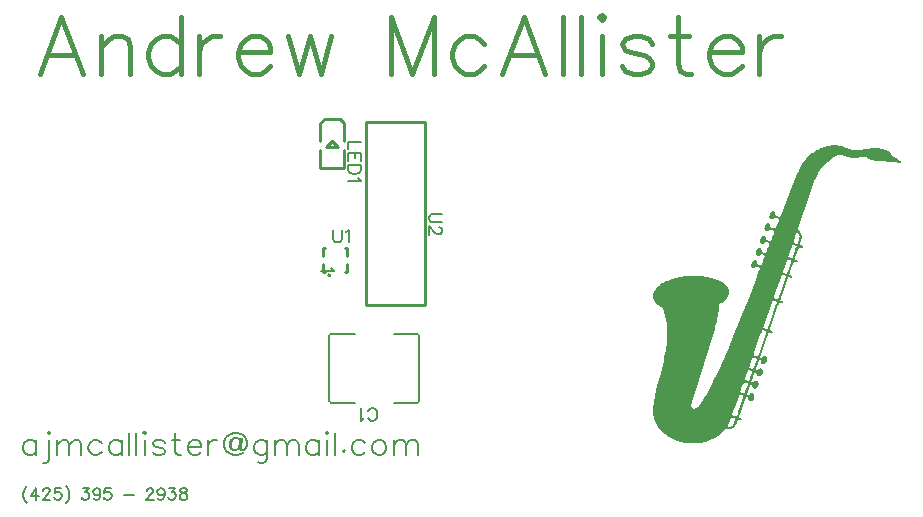
<source format=gto>
G04 Layer: TopSilkscreenLayer*
G04 EasyEDA v6.5.44, 2024-08-09 16:29:29*
G04 6a14bbe4783e4c45b3198a44848b54db,9d7ba2091113474d8fe43b4f46ca5270,10*
G04 Gerber Generator version 0.2*
G04 Scale: 100 percent, Rotated: No, Reflected: No *
G04 Dimensions in millimeters *
G04 leading zeros omitted , absolute positions ,4 integer and 5 decimal *
%FSLAX45Y45*%
%MOMM*%

%ADD10C,0.4030*%
%ADD11C,0.2030*%
%ADD12C,0.1524*%
%ADD13C,0.2540*%

%LPD*%
G36*
X7841132Y2916275D02*
G01*
X7827721Y2916021D01*
X7814056Y2915158D01*
X7800187Y2913684D01*
X7787233Y2911754D01*
X7774533Y2909417D01*
X7762036Y2906674D01*
X7749794Y2903423D01*
X7737754Y2899765D01*
X7725918Y2895701D01*
X7714335Y2891180D01*
X7702956Y2886202D01*
X7691831Y2880817D01*
X7680909Y2875026D01*
X7670292Y2868828D01*
X7659827Y2862173D01*
X7649667Y2855112D01*
X7639761Y2847594D01*
X7630058Y2839720D01*
X7620660Y2831388D01*
X7611465Y2822651D01*
X7602575Y2813507D01*
X7593939Y2803956D01*
X7585557Y2794050D01*
X7577429Y2783687D01*
X7569606Y2772918D01*
X7562037Y2761742D01*
X7553299Y2747772D01*
X7548321Y2739136D01*
X7540955Y2724150D01*
X7531658Y2703017D01*
X7518196Y2670505D01*
X7468362Y2545994D01*
X7389266Y2345994D01*
X7382764Y2330602D01*
X7380071Y2324963D01*
X7377684Y2320544D01*
X7375448Y2317292D01*
X7373264Y2315006D01*
X7371080Y2313635D01*
X7368794Y2313025D01*
X7366355Y2313076D01*
X7363612Y2313686D01*
X7334758Y2324303D01*
X7333488Y2334768D01*
X7332472Y2340508D01*
X7330897Y2345334D01*
X7328814Y2349296D01*
X7326325Y2352497D01*
X7323531Y2354884D01*
X7320381Y2356561D01*
X7317079Y2357475D01*
X7313574Y2357678D01*
X7310018Y2357221D01*
X7306411Y2356104D01*
X7302855Y2354376D01*
X7299401Y2352040D01*
X7296099Y2349093D01*
X7293000Y2345639D01*
X7290257Y2341626D01*
X7287818Y2337104D01*
X7285837Y2332177D01*
X7284364Y2326741D01*
X7283399Y2320899D01*
X7283094Y2314651D01*
X7283450Y2308707D01*
X7284567Y2303576D01*
X7286345Y2299157D01*
X7288733Y2295550D01*
X7291628Y2292756D01*
X7294981Y2290826D01*
X7298690Y2289810D01*
X7302703Y2289708D01*
X7306919Y2290572D01*
X7311339Y2292400D01*
X7315860Y2295245D01*
X7320381Y2299106D01*
X7327696Y2306218D01*
X7354620Y2296922D01*
X7358430Y2295296D01*
X7361275Y2293569D01*
X7363104Y2291537D01*
X7363968Y2288946D01*
X7363917Y2285542D01*
X7363002Y2281224D01*
X7361224Y2275687D01*
X7347102Y2240026D01*
X7340752Y2225090D01*
X7336180Y2215388D01*
X7334503Y2212441D01*
X7333183Y2210663D01*
X7332218Y2210104D01*
X7325258Y2210765D01*
X7318146Y2212644D01*
X7311237Y2215438D01*
X7304786Y2219045D01*
X7299198Y2223160D01*
X7294829Y2227630D01*
X7291933Y2232202D01*
X7290866Y2236673D01*
X7290409Y2242312D01*
X7289190Y2247036D01*
X7287158Y2250795D01*
X7284567Y2253640D01*
X7281468Y2255621D01*
X7277912Y2256739D01*
X7274052Y2257044D01*
X7269988Y2256485D01*
X7265822Y2255164D01*
X7261656Y2253081D01*
X7257542Y2250236D01*
X7253681Y2246680D01*
X7250074Y2242413D01*
X7246874Y2237486D01*
X7244181Y2231847D01*
X7242098Y2225649D01*
X7240930Y2219960D01*
X7240574Y2214575D01*
X7240981Y2209546D01*
X7242048Y2204974D01*
X7243724Y2200859D01*
X7245858Y2197252D01*
X7248499Y2194204D01*
X7251496Y2191766D01*
X7254798Y2189988D01*
X7258303Y2188921D01*
X7262012Y2188616D01*
X7265822Y2189124D01*
X7269581Y2190445D01*
X7273340Y2192680D01*
X7276947Y2195880D01*
X7280351Y2200046D01*
X7283348Y2201621D01*
X7288733Y2201976D01*
X7295642Y2201316D01*
X7303312Y2199843D01*
X7310932Y2197709D01*
X7317638Y2195169D01*
X7322718Y2192375D01*
X7325309Y2189530D01*
X7325258Y2187854D01*
X7323124Y2180183D01*
X7318908Y2168296D01*
X7313320Y2153920D01*
X7307122Y2138883D01*
X7301026Y2124964D01*
X7295794Y2113940D01*
X7293711Y2110028D01*
X7292136Y2107539D01*
X7291120Y2106676D01*
X7286904Y2107184D01*
X7281722Y2108504D01*
X7276033Y2110486D01*
X7270292Y2112924D01*
X7264958Y2115515D01*
X7260539Y2118156D01*
X7257440Y2120595D01*
X7256221Y2122576D01*
X7255154Y2129688D01*
X7253731Y2135733D01*
X7251953Y2140712D01*
X7249769Y2144725D01*
X7247128Y2147773D01*
X7244029Y2149906D01*
X7240473Y2151176D01*
X7236358Y2151583D01*
X7231481Y2150973D01*
X7226909Y2149195D01*
X7222591Y2146503D01*
X7218629Y2142896D01*
X7215022Y2138629D01*
X7211872Y2133752D01*
X7209231Y2128520D01*
X7207097Y2122932D01*
X7205573Y2117242D01*
X7204608Y2111552D01*
X7204354Y2106015D01*
X7204811Y2100732D01*
X7205243Y2099005D01*
X7487107Y2099005D01*
X7487666Y2103018D01*
X7489190Y2108301D01*
X7512558Y2173528D01*
X7515504Y2180386D01*
X7516571Y2181910D01*
X7517434Y2182622D01*
X7518349Y2182774D01*
X7519720Y2182266D01*
X7521549Y2180894D01*
X7523632Y2178913D01*
X7525664Y2176424D01*
X7529220Y2171446D01*
X7532166Y2166569D01*
X7534554Y2161844D01*
X7536332Y2157069D01*
X7537551Y2152192D01*
X7538212Y2147163D01*
X7538364Y2141829D01*
X7537907Y2136140D01*
X7536942Y2130044D01*
X7535418Y2123389D01*
X7533386Y2116124D01*
X7527645Y2098751D01*
X7525054Y2091740D01*
X7522768Y2087016D01*
X7520431Y2084171D01*
X7517638Y2083003D01*
X7514132Y2083257D01*
X7509560Y2084628D01*
X7497216Y2089200D01*
X7492593Y2091334D01*
X7489444Y2093468D01*
X7487666Y2095906D01*
X7487107Y2099005D01*
X7205243Y2099005D01*
X7206030Y2095855D01*
X7208012Y2091588D01*
X7210907Y2088032D01*
X7214666Y2085289D01*
X7222185Y2083612D01*
X7230770Y2085086D01*
X7238695Y2089150D01*
X7244130Y2095144D01*
X7246315Y2096617D01*
X7250430Y2097176D01*
X7255865Y2096871D01*
X7262063Y2095906D01*
X7268565Y2094280D01*
X7274712Y2092198D01*
X7279995Y2089708D01*
X7283907Y2087016D01*
X7283958Y2085695D01*
X7282027Y2078431D01*
X7277912Y2066543D01*
X7272477Y2052015D01*
X7266330Y2036572D01*
X7260336Y2022246D01*
X7255154Y2010816D01*
X7251598Y2004161D01*
X7250633Y2003247D01*
X7244842Y2003806D01*
X7238949Y2005330D01*
X7233259Y2007616D01*
X7228027Y2010562D01*
X7223506Y2013966D01*
X7219950Y2017674D01*
X7217613Y2021535D01*
X7216749Y2025294D01*
X7216394Y2030628D01*
X7215479Y2035200D01*
X7214006Y2039061D01*
X7212025Y2042210D01*
X7209637Y2044649D01*
X7206894Y2046376D01*
X7203897Y2047493D01*
X7200646Y2047951D01*
X7197242Y2047798D01*
X7193737Y2047087D01*
X7190181Y2045716D01*
X7186625Y2043836D01*
X7183221Y2041398D01*
X7179919Y2038400D01*
X7176820Y2034895D01*
X7174026Y2030933D01*
X7171537Y2026462D01*
X7169454Y2021586D01*
X7167829Y2016252D01*
X7166711Y2010460D01*
X7166305Y2003450D01*
X7167067Y1997252D01*
X7168845Y1991868D01*
X7171436Y1987346D01*
X7174788Y1983841D01*
X7178700Y1981403D01*
X7183069Y1980031D01*
X7187692Y1979828D01*
X7192518Y1980844D01*
X7197394Y1983181D01*
X7202119Y1986889D01*
X7206589Y1991969D01*
X7209231Y1994509D01*
X7212939Y1995170D01*
X7219289Y1993798D01*
X7237018Y1987702D01*
X7239609Y1986483D01*
X7241489Y1985060D01*
X7242556Y1983181D01*
X7242911Y1980742D01*
X7242556Y1977491D01*
X7241772Y1974596D01*
X7444130Y1974596D01*
X7444282Y1977389D01*
X7445095Y1981250D01*
X7448803Y1993239D01*
X7470902Y2056333D01*
X7473492Y2062683D01*
X7475829Y2067356D01*
X7478014Y2070557D01*
X7480300Y2072436D01*
X7482840Y2073198D01*
X7485735Y2072995D01*
X7489240Y2072030D01*
X7508392Y2064816D01*
X7513116Y2062632D01*
X7513370Y2062175D01*
X7513167Y2059939D01*
X7511592Y2054352D01*
X7501991Y2026310D01*
X7483652Y1974799D01*
X7481062Y1968246D01*
X7478572Y1963928D01*
X7475728Y1961591D01*
X7472019Y1961083D01*
X7467041Y1962200D01*
X7446975Y1970278D01*
X7445502Y1971243D01*
X7444536Y1972614D01*
X7444130Y1974596D01*
X7241772Y1974596D01*
X7239508Y1967636D01*
X7225182Y1931466D01*
X7218883Y1916175D01*
X7216495Y1910842D01*
X7214412Y1906828D01*
X7212533Y1903984D01*
X7210755Y1902206D01*
X7208926Y1901342D01*
X7206945Y1901189D01*
X7204659Y1901596D01*
X7198766Y1903526D01*
X7188352Y1907387D01*
X7182662Y1910689D01*
X7180021Y1914956D01*
X7177531Y1928215D01*
X7175500Y1933600D01*
X7172807Y1937867D01*
X7169556Y1941017D01*
X7165898Y1943100D01*
X7161834Y1944065D01*
X7157567Y1943912D01*
X7153148Y1942642D01*
X7148677Y1940204D01*
X7144258Y1936648D01*
X7139990Y1931873D01*
X7136028Y1925980D01*
X7133336Y1920849D01*
X7131303Y1915769D01*
X7129881Y1910791D01*
X7129068Y1905965D01*
X7128814Y1901342D01*
X7129068Y1896973D01*
X7129780Y1892858D01*
X7130948Y1889099D01*
X7132574Y1885696D01*
X7134555Y1882698D01*
X7136841Y1880209D01*
X7139482Y1878177D01*
X7142378Y1876755D01*
X7145477Y1875891D01*
X7148830Y1875688D01*
X7152335Y1876145D01*
X7155942Y1877364D01*
X7159701Y1879346D01*
X7163511Y1882139D01*
X7167321Y1885848D01*
X7173569Y1892503D01*
X7194296Y1884781D01*
X7198969Y1882495D01*
X7201966Y1880514D01*
X7203084Y1879041D01*
X7199934Y1869287D01*
X7190476Y1842719D01*
X7398003Y1842719D01*
X7398054Y1845614D01*
X7398613Y1849374D01*
X7399781Y1854098D01*
X7403896Y1867103D01*
X7419746Y1911553D01*
X7433005Y1949551D01*
X7436459Y1951837D01*
X7443114Y1950872D01*
X7458049Y1945792D01*
X7463231Y1943811D01*
X7465161Y1942744D01*
X7466584Y1941474D01*
X7467600Y1939899D01*
X7468158Y1937867D01*
X7468209Y1935327D01*
X7467803Y1932076D01*
X7466888Y1928063D01*
X7463536Y1917141D01*
X7438847Y1847900D01*
X7436053Y1841093D01*
X7433665Y1836064D01*
X7431430Y1832610D01*
X7429195Y1830527D01*
X7426807Y1829562D01*
X7424115Y1829562D01*
X7420914Y1830324D01*
X7403287Y1836470D01*
X7401204Y1837537D01*
X7399629Y1838807D01*
X7398562Y1840484D01*
X7398003Y1842719D01*
X7190476Y1842719D01*
X7167321Y1779930D01*
X7108561Y1626819D01*
X7320991Y1626819D01*
X7321245Y1631086D01*
X7322820Y1637182D01*
X7363815Y1753920D01*
X7378801Y1795932D01*
X7383170Y1807616D01*
X7386066Y1814728D01*
X7387894Y1818335D01*
X7389164Y1819656D01*
X7390333Y1819859D01*
X7396276Y1818639D01*
X7411110Y1814271D01*
X7415225Y1813255D01*
X7418324Y1812036D01*
X7419492Y1811223D01*
X7420406Y1810156D01*
X7421016Y1808784D01*
X7421321Y1807057D01*
X7421321Y1804873D01*
X7421016Y1802180D01*
X7419390Y1794967D01*
X7416342Y1784959D01*
X7405725Y1754225D01*
X7372858Y1661261D01*
X7362647Y1633220D01*
X7358938Y1624330D01*
X7355840Y1618284D01*
X7354366Y1616202D01*
X7352995Y1614678D01*
X7351623Y1613611D01*
X7350252Y1613052D01*
X7348829Y1612849D01*
X7347305Y1612950D01*
X7343851Y1614017D01*
X7334554Y1617878D01*
X7328865Y1619961D01*
X7324699Y1621790D01*
X7322108Y1623923D01*
X7320991Y1626819D01*
X7108561Y1626819D01*
X7067143Y1520901D01*
X7044537Y1463954D01*
X7009177Y1376324D01*
X7232040Y1376324D01*
X7232446Y1379778D01*
X7233462Y1384147D01*
X7237222Y1396187D01*
X7303820Y1584299D01*
X7308545Y1596745D01*
X7311542Y1603298D01*
X7312507Y1604721D01*
X7313269Y1605178D01*
X7335774Y1597558D01*
X7341108Y1595526D01*
X7342936Y1594307D01*
X7344257Y1592783D01*
X7344968Y1590802D01*
X7345172Y1588211D01*
X7344765Y1584909D01*
X7343851Y1580692D01*
X7340193Y1569110D01*
X7313422Y1493570D01*
X7285278Y1412138D01*
X7279335Y1395526D01*
X7274509Y1382826D01*
X7270496Y1373530D01*
X7267041Y1367129D01*
X7265517Y1364894D01*
X7263993Y1363268D01*
X7262520Y1362100D01*
X7260996Y1361440D01*
X7259472Y1361135D01*
X7256221Y1361490D01*
X7240778Y1366774D01*
X7235698Y1368755D01*
X7233970Y1369974D01*
X7232802Y1371549D01*
X7232142Y1373632D01*
X7232040Y1376324D01*
X7009177Y1376324D01*
X6985203Y1317752D01*
X6956602Y1249070D01*
X6929170Y1184351D01*
X6913734Y1148588D01*
X7151573Y1148588D01*
X7152081Y1153414D01*
X7153351Y1158849D01*
X7206183Y1308608D01*
X7217206Y1338732D01*
X7220254Y1346098D01*
X7222236Y1349908D01*
X7223658Y1351330D01*
X7224979Y1351534D01*
X7231125Y1350010D01*
X7248753Y1344472D01*
X7253173Y1342898D01*
X7254697Y1341831D01*
X7255713Y1340459D01*
X7256221Y1338580D01*
X7256221Y1336090D01*
X7255713Y1332788D01*
X7254697Y1328572D01*
X7250938Y1316888D01*
X7191248Y1148435D01*
X7186828Y1137158D01*
X7184085Y1131417D01*
X7183018Y1130046D01*
X7182103Y1129334D01*
X7180122Y1129080D01*
X7173874Y1129284D01*
X7168438Y1129995D01*
X7163714Y1131112D01*
X7159853Y1132738D01*
X7156703Y1134872D01*
X7154316Y1137513D01*
X7152640Y1140663D01*
X7151776Y1144371D01*
X7151573Y1148588D01*
X6913734Y1148588D01*
X6896912Y1110081D01*
X6879539Y1071067D01*
X6863033Y1035151D01*
X7114184Y1035151D01*
X7114235Y1038047D01*
X7114794Y1042263D01*
X7117334Y1053947D01*
X7121194Y1068324D01*
X7125868Y1083665D01*
X7130846Y1098245D01*
X7135571Y1110234D01*
X7137653Y1114704D01*
X7139431Y1117854D01*
X7140905Y1119530D01*
X7146493Y1118920D01*
X7156653Y1115923D01*
X7167168Y1111961D01*
X7173518Y1108506D01*
X7174788Y1107440D01*
X7175093Y1106779D01*
X7175195Y1105662D01*
X7174280Y1101394D01*
X7171486Y1092708D01*
X7158228Y1054963D01*
X7152741Y1040130D01*
X7150353Y1034745D01*
X7148017Y1030579D01*
X7145528Y1027531D01*
X7142886Y1025652D01*
X7139838Y1024788D01*
X7136333Y1024890D01*
X7132218Y1025956D01*
X7127341Y1027785D01*
X7114794Y1033830D01*
X7114184Y1035151D01*
X6863033Y1035151D01*
X6830618Y964742D01*
X6816186Y934719D01*
X7074865Y934719D01*
X7075576Y938326D01*
X7093762Y991057D01*
X7098233Y1003147D01*
X7101382Y1010767D01*
X7103516Y1014780D01*
X7104278Y1015644D01*
X7104888Y1015898D01*
X7110475Y1014425D01*
X7121753Y1010818D01*
X7127748Y1008634D01*
X7132828Y1006500D01*
X7136384Y1004620D01*
X7137958Y1003249D01*
X7137704Y1001217D01*
X7134707Y990447D01*
X7129322Y973836D01*
X7122871Y955090D01*
X7116622Y937869D01*
X7111796Y925830D01*
X7110323Y922883D01*
X7107580Y918667D01*
X7080148Y928522D01*
X7076998Y930198D01*
X7075271Y932129D01*
X7074865Y934719D01*
X6816186Y934719D01*
X6806996Y916025D01*
X6789064Y880770D01*
X6771233Y847242D01*
X6760514Y827836D01*
X7037831Y827836D01*
X7038086Y829868D01*
X7041184Y840587D01*
X7046620Y857199D01*
X7053122Y875944D01*
X7059371Y893165D01*
X7064146Y905154D01*
X7065568Y907948D01*
X7068362Y912215D01*
X7088276Y905459D01*
X7097369Y901903D01*
X7099655Y900836D01*
X7100925Y899210D01*
X7100925Y896112D01*
X7099503Y890371D01*
X7087565Y855268D01*
X7076694Y825500D01*
X7074001Y819099D01*
X7072528Y816305D01*
X7070496Y816051D01*
X7066381Y816711D01*
X7060946Y818134D01*
X7054850Y820013D01*
X7043470Y824331D01*
X7039609Y826312D01*
X7037831Y827836D01*
X6760514Y827836D01*
X6750964Y810971D01*
X6739737Y791921D01*
X6728968Y774242D01*
X6721297Y762203D01*
X6711492Y747674D01*
X6701993Y734618D01*
X6692950Y723138D01*
X6684264Y713232D01*
X6676034Y704900D01*
X6668262Y698144D01*
X6664553Y695350D01*
X6660946Y692962D01*
X6657492Y691032D01*
X6654139Y689457D01*
X6650888Y688289D01*
X6647840Y687578D01*
X6644894Y687222D01*
X6642049Y687324D01*
X6639407Y687832D01*
X6636867Y688746D01*
X6634480Y690118D01*
X6632244Y691896D01*
X6630162Y694080D01*
X6628231Y696671D01*
X6626504Y699719D01*
X6624828Y703326D01*
X6623507Y706983D01*
X6622643Y710793D01*
X6622135Y714857D01*
X6622084Y719328D01*
X6622491Y724357D01*
X6623303Y729996D01*
X6624624Y736396D01*
X6628739Y751941D01*
X6643116Y797966D01*
X6771792Y1204214D01*
X6811416Y1328115D01*
X6818934Y1353413D01*
X6825742Y1377746D01*
X6831838Y1401368D01*
X6837222Y1424432D01*
X6841947Y1447038D01*
X6846062Y1469440D01*
X6849618Y1491792D01*
X6852615Y1514195D01*
X6858355Y1570024D01*
X6871309Y1578559D01*
X6880758Y1585214D01*
X6889546Y1591970D01*
X6897573Y1598676D01*
X6904939Y1605483D01*
X6911594Y1612239D01*
X6917588Y1619046D01*
X6922922Y1625854D01*
X6927545Y1632610D01*
X6931558Y1639366D01*
X6934860Y1646123D01*
X6937502Y1652828D01*
X6939534Y1659534D01*
X6940905Y1666138D01*
X6941616Y1672742D01*
X6941718Y1679244D01*
X6941159Y1685696D01*
X6939991Y1692097D01*
X6938213Y1698396D01*
X6935825Y1704593D01*
X6932777Y1710740D01*
X6929170Y1716735D01*
X6924954Y1722628D01*
X6920179Y1728419D01*
X6914794Y1734108D01*
X6908800Y1739595D01*
X6902246Y1745030D01*
X6895134Y1750263D01*
X6887413Y1755343D01*
X6879183Y1760270D01*
X6870344Y1765046D01*
X6860997Y1769618D01*
X6851091Y1773986D01*
X6840626Y1778203D01*
X6829653Y1782216D01*
X6818122Y1786026D01*
X6806082Y1789633D01*
X6793484Y1792986D01*
X6780428Y1796135D01*
X6766814Y1799082D01*
X6752742Y1801723D01*
X6738162Y1804162D01*
X6723024Y1806346D01*
X6707479Y1808225D01*
X6692493Y1809750D01*
X6678523Y1810867D01*
X6664655Y1811680D01*
X6650939Y1812188D01*
X6623862Y1812340D01*
X6610502Y1811985D01*
X6597345Y1811324D01*
X6584340Y1810410D01*
X6571538Y1809242D01*
X6558838Y1807819D01*
X6534150Y1804263D01*
X6510223Y1799742D01*
X6498590Y1797151D01*
X6481622Y1792833D01*
X6459829Y1786382D01*
X6449364Y1782876D01*
X6439103Y1779168D01*
X6419494Y1771243D01*
X6410147Y1767027D01*
X6392367Y1758086D01*
X6383934Y1753412D01*
X6375857Y1748637D01*
X6360718Y1738579D01*
X6353708Y1733397D01*
X6347053Y1728114D01*
X6340754Y1722678D01*
X6334861Y1717192D01*
X6329324Y1711604D01*
X6324244Y1705914D01*
X6319520Y1700123D01*
X6315252Y1694332D01*
X6311392Y1688388D01*
X6307988Y1682445D01*
X6305042Y1676450D01*
X6302552Y1670405D01*
X6300470Y1664309D01*
X6298946Y1658162D01*
X6297828Y1652016D01*
X6297218Y1645818D01*
X6297117Y1639671D01*
X6297523Y1633474D01*
X6298438Y1627276D01*
X6299911Y1621078D01*
X6301841Y1614932D01*
X6304381Y1608785D01*
X6307429Y1602638D01*
X6311087Y1596593D01*
X6315252Y1590548D01*
X6320028Y1584553D01*
X6325412Y1578610D01*
X6331356Y1572717D01*
X6337909Y1566926D01*
X6345072Y1561185D01*
X6352844Y1555546D01*
X6361277Y1549958D01*
X6379006Y1538732D01*
X6387592Y1516684D01*
X6393434Y1500225D01*
X6398717Y1483461D01*
X6402273Y1470660D01*
X6407353Y1448816D01*
X6409994Y1435404D01*
X6413550Y1412392D01*
X6414719Y1402943D01*
X6416903Y1378762D01*
X6417970Y1358696D01*
X6418376Y1337970D01*
X6418021Y1311097D01*
X6416649Y1282954D01*
X6414770Y1259586D01*
X6412331Y1235303D01*
X6408318Y1203655D01*
X6404356Y1177239D01*
X6399733Y1149858D01*
X6394450Y1121359D01*
X6388557Y1091793D01*
X6380175Y1053134D01*
X6372758Y1020876D01*
X6364630Y987399D01*
X6355842Y952550D01*
X6335369Y874471D01*
X6325920Y837082D01*
X6317996Y803859D01*
X6311493Y774344D01*
X6307531Y754430D01*
X6303467Y730402D01*
X6300622Y708964D01*
X6299657Y699058D01*
X6298641Y680669D01*
X6298590Y672084D01*
X6298793Y663803D01*
X6299250Y655828D01*
X6299962Y648004D01*
X6301618Y636168D01*
X6969252Y636168D01*
X6969810Y640384D01*
X7013194Y763574D01*
X7023404Y791972D01*
X7026909Y799998D01*
X7028383Y802792D01*
X7029805Y804773D01*
X7031177Y806145D01*
X7032498Y806958D01*
X7033920Y807262D01*
X7035444Y807161D01*
X7038898Y805942D01*
X7043318Y804062D01*
X7056424Y799592D01*
X7058863Y798576D01*
X7060742Y797356D01*
X7062063Y795934D01*
X7062825Y794054D01*
X7063079Y791667D01*
X7062825Y788568D01*
X7062012Y784707D01*
X7058761Y774141D01*
X7032142Y699160D01*
X7019899Y663905D01*
X7013194Y645414D01*
X7005269Y625195D01*
X7004151Y623062D01*
X7002068Y622757D01*
X6998004Y623468D01*
X6992569Y624840D01*
X6986473Y626770D01*
X6975144Y631139D01*
X6971284Y633171D01*
X6969506Y634746D01*
X6969252Y636168D01*
X6301618Y636168D01*
X6304432Y621741D01*
X6306972Y611581D01*
X6309868Y601573D01*
X6313170Y591820D01*
X6316776Y582269D01*
X6320739Y572922D01*
X6325057Y563778D01*
X6329730Y554888D01*
X6334709Y546150D01*
X6342133Y534416D01*
X6925259Y534416D01*
X6928561Y541223D01*
X6935470Y553974D01*
X6942988Y569468D01*
X6949694Y584555D01*
X6952335Y591058D01*
X6958279Y607974D01*
X6960108Y611225D01*
X6962241Y613054D01*
X6965035Y613562D01*
X6968794Y612902D01*
X6973925Y611276D01*
X6986371Y606602D01*
X6990537Y604723D01*
X6993331Y602792D01*
X6994855Y600456D01*
X6995210Y597509D01*
X6994550Y593496D01*
X6992924Y588213D01*
X6987336Y573125D01*
X6984085Y565759D01*
X6980681Y559257D01*
X6977075Y553415D01*
X6973265Y548335D01*
X6969201Y543915D01*
X6964832Y540156D01*
X6960057Y536956D01*
X6954926Y534314D01*
X6949338Y532130D01*
X6943293Y530453D01*
X6936740Y529234D01*
X6929170Y528726D01*
X6925411Y530352D01*
X6925259Y534416D01*
X6342133Y534416D01*
X6351422Y521360D01*
X6357620Y513486D01*
X6364071Y505917D01*
X6370777Y498551D01*
X6377736Y491388D01*
X6388658Y481076D01*
X6396278Y474522D01*
X6404102Y468172D01*
X6420358Y456234D01*
X6437477Y445262D01*
X6446316Y440131D01*
X6455308Y435254D01*
X6464503Y430631D01*
X6473799Y426262D01*
X6483299Y422148D01*
X6492900Y418287D01*
X6502654Y414680D01*
X6512559Y411327D01*
X6527596Y406806D01*
X6537706Y404114D01*
X6553098Y400608D01*
X6563461Y398576D01*
X6573926Y396798D01*
X6584391Y395325D01*
X6605524Y393242D01*
X6616192Y392582D01*
X6626809Y392226D01*
X6637477Y392125D01*
X6648145Y392328D01*
X6658864Y392836D01*
X6669481Y393598D01*
X6680149Y394665D01*
X6690766Y396036D01*
X6701383Y397713D01*
X6711899Y399643D01*
X6732828Y404469D01*
X6743141Y407314D01*
X6753453Y410514D01*
X6763613Y413969D01*
X6773722Y417728D01*
X6783679Y421843D01*
X6793534Y426212D01*
X6803288Y430936D01*
X6812889Y435965D01*
X6822338Y441350D01*
X6831685Y446989D01*
X6845350Y456133D01*
X6854240Y462584D01*
X6867245Y472948D01*
X6875678Y480263D01*
X6883908Y487883D01*
X6907428Y511251D01*
X6928967Y511352D01*
X6940803Y511962D01*
X6946290Y512673D01*
X6951573Y513638D01*
X6956552Y514959D01*
X6961327Y516534D01*
X6965848Y518414D01*
X6970115Y520649D01*
X6974230Y523138D01*
X6978142Y526034D01*
X6981850Y529234D01*
X6985355Y532790D01*
X6988759Y536702D01*
X6991959Y541020D01*
X6995007Y545693D01*
X6997953Y550722D01*
X7000748Y556158D01*
X7006031Y568299D01*
X7011009Y581812D01*
X7013092Y586841D01*
X7015022Y590296D01*
X7017207Y592378D01*
X7019848Y593242D01*
X7023303Y593090D01*
X7027875Y592074D01*
X7033869Y590397D01*
X7039000Y589280D01*
X7043267Y589076D01*
X7046671Y589584D01*
X7049160Y590804D01*
X7050786Y592480D01*
X7051548Y594614D01*
X7051344Y597001D01*
X7050176Y599592D01*
X7048093Y602234D01*
X7045045Y604774D01*
X7041032Y607161D01*
X7036003Y609244D01*
X7029958Y611276D01*
X7027824Y612343D01*
X7026402Y613765D01*
X7025640Y615746D01*
X7025538Y618540D01*
X7026097Y622300D01*
X7027418Y627380D01*
X7032294Y642162D01*
X7064552Y733602D01*
X7074712Y761542D01*
X7078421Y771093D01*
X7081469Y778154D01*
X7083958Y783082D01*
X7086041Y786130D01*
X7086955Y787095D01*
X7088733Y788009D01*
X7089648Y788111D01*
X7091476Y787654D01*
X7098792Y784148D01*
X7100519Y782421D01*
X7101382Y780034D01*
X7101941Y771194D01*
X7102906Y766521D01*
X7104430Y762406D01*
X7106462Y759002D01*
X7108952Y756158D01*
X7111796Y753973D01*
X7114946Y752348D01*
X7118299Y751332D01*
X7121906Y750925D01*
X7125563Y751078D01*
X7129272Y751789D01*
X7132980Y753110D01*
X7136587Y754989D01*
X7140041Y757377D01*
X7143292Y760323D01*
X7146239Y763828D01*
X7148830Y767842D01*
X7151065Y772363D01*
X7152741Y777392D01*
X7153960Y782929D01*
X7154519Y788974D01*
X7154367Y794613D01*
X7153554Y799744D01*
X7152131Y804367D01*
X7150201Y808482D01*
X7147763Y811936D01*
X7144918Y814832D01*
X7141718Y817016D01*
X7138212Y818540D01*
X7134504Y819353D01*
X7130643Y819353D01*
X7126681Y818591D01*
X7122668Y816965D01*
X7118705Y814527D01*
X7114844Y811123D01*
X7109155Y804519D01*
X7107123Y803503D01*
X7104329Y803656D01*
X7096607Y805789D01*
X7094321Y806704D01*
X7093000Y808075D01*
X7092645Y810412D01*
X7093305Y814171D01*
X7097826Y827887D01*
X7114946Y875436D01*
X7119721Y887526D01*
X7121245Y890727D01*
X7122312Y892454D01*
X7123125Y892962D01*
X7129475Y891844D01*
X7134352Y888695D01*
X7137501Y883767D01*
X7138670Y877366D01*
X7139178Y871931D01*
X7140498Y867308D01*
X7142632Y863447D01*
X7145375Y860348D01*
X7148677Y858012D01*
X7152436Y856437D01*
X7156500Y855624D01*
X7160717Y855522D01*
X7165086Y856183D01*
X7169454Y857554D01*
X7173671Y859637D01*
X7177684Y862431D01*
X7181342Y865936D01*
X7184593Y870153D01*
X7187234Y875080D01*
X7189266Y880618D01*
X7190689Y887018D01*
X7191451Y893064D01*
X7191451Y898652D01*
X7190841Y903833D01*
X7189673Y908456D01*
X7187946Y912571D01*
X7185710Y916076D01*
X7183018Y918921D01*
X7179970Y921156D01*
X7176516Y922629D01*
X7172807Y923391D01*
X7168845Y923290D01*
X7164679Y922375D01*
X7160310Y920597D01*
X7155891Y917905D01*
X7146391Y910386D01*
X7141768Y908202D01*
X7137603Y907542D01*
X7134199Y908303D01*
X7131710Y910386D01*
X7130338Y913739D01*
X7130288Y918159D01*
X7131710Y923645D01*
X7153859Y984758D01*
X7156754Y992022D01*
X7158228Y995121D01*
X7161733Y996442D01*
X7166406Y995375D01*
X7170623Y992682D01*
X7172909Y988923D01*
X7174636Y981303D01*
X7176566Y974953D01*
X7178649Y969822D01*
X7180986Y965809D01*
X7183678Y962863D01*
X7186726Y960831D01*
X7190282Y959662D01*
X7194296Y959307D01*
X7199884Y959916D01*
X7205167Y961644D01*
X7210044Y964387D01*
X7214514Y967994D01*
X7218476Y972362D01*
X7221880Y977290D01*
X7224572Y982776D01*
X7226553Y988618D01*
X7227722Y994664D01*
X7227976Y1000810D01*
X7227316Y1006957D01*
X7225588Y1013002D01*
X7222693Y1018794D01*
X7219086Y1023264D01*
X7214819Y1026312D01*
X7210044Y1027887D01*
X7204913Y1028090D01*
X7199528Y1026769D01*
X7194042Y1023975D01*
X7181646Y1014679D01*
X7175398Y1012596D01*
X7170318Y1013409D01*
X7167118Y1017219D01*
X7167168Y1018641D01*
X7168896Y1025652D01*
X7172350Y1037183D01*
X7177176Y1051915D01*
X7182916Y1068527D01*
X7192213Y1093978D01*
X7194194Y1097534D01*
X7196785Y1099718D01*
X7199630Y1100632D01*
X7202627Y1100277D01*
X7205421Y1098753D01*
X7207808Y1096213D01*
X7209586Y1092606D01*
X7210501Y1088136D01*
X7211161Y1083005D01*
X7212228Y1078534D01*
X7213701Y1074674D01*
X7215581Y1071372D01*
X7217714Y1068679D01*
X7220153Y1066546D01*
X7222845Y1064920D01*
X7225741Y1063853D01*
X7228738Y1063294D01*
X7231837Y1063294D01*
X7235037Y1063701D01*
X7238238Y1064615D01*
X7241438Y1065987D01*
X7244588Y1067816D01*
X7247636Y1070051D01*
X7250531Y1072743D01*
X7253224Y1075791D01*
X7255713Y1079195D01*
X7257948Y1083005D01*
X7259878Y1087170D01*
X7261402Y1091692D01*
X7262571Y1096518D01*
X7263282Y1101648D01*
X7263536Y1107084D01*
X7263079Y1112875D01*
X7261809Y1118057D01*
X7259726Y1122527D01*
X7257034Y1126236D01*
X7253782Y1129182D01*
X7250023Y1131265D01*
X7245959Y1132484D01*
X7241590Y1132789D01*
X7237120Y1132179D01*
X7232548Y1130554D01*
X7227976Y1127861D01*
X7218984Y1120140D01*
X7214819Y1117955D01*
X7210653Y1117498D01*
X7206183Y1118565D01*
X7205116Y1119022D01*
X7204303Y1119632D01*
X7203846Y1120698D01*
X7203846Y1122476D01*
X7204303Y1125270D01*
X7205370Y1129385D01*
X7209586Y1142542D01*
X7255764Y1273454D01*
X7263688Y1297533D01*
X7269683Y1314043D01*
X7272223Y1319885D01*
X7274559Y1324254D01*
X7276744Y1327353D01*
X7278979Y1329385D01*
X7281265Y1330452D01*
X7283703Y1330706D01*
X7286447Y1330299D01*
X7295997Y1327810D01*
X7301484Y1327099D01*
X7306056Y1327200D01*
X7309662Y1328064D01*
X7312202Y1329486D01*
X7313675Y1331417D01*
X7314031Y1333754D01*
X7313168Y1336294D01*
X7311085Y1339037D01*
X7307732Y1341780D01*
X7303058Y1344422D01*
X7289495Y1349908D01*
X7286142Y1353210D01*
X7286142Y1358544D01*
X7290816Y1372717D01*
X7320635Y1458671D01*
X7325563Y1471320D01*
X7331659Y1487932D01*
X7348677Y1536395D01*
X7359853Y1567383D01*
X7363510Y1576324D01*
X7366406Y1581708D01*
X7367676Y1583334D01*
X7368895Y1584350D01*
X7370114Y1584858D01*
X7371334Y1584909D01*
X7372705Y1584655D01*
X7379766Y1581708D01*
X7388301Y1579321D01*
X7394600Y1578864D01*
X7398867Y1580388D01*
X7401153Y1583842D01*
X7401153Y1587804D01*
X7399426Y1592275D01*
X7396784Y1595882D01*
X7393838Y1597406D01*
X7385558Y1597253D01*
X7382357Y1597507D01*
X7379868Y1598320D01*
X7378903Y1599031D01*
X7378141Y1599996D01*
X7377582Y1601216D01*
X7377074Y1604568D01*
X7377430Y1609445D01*
X7378750Y1616100D01*
X7381087Y1624736D01*
X7384440Y1635658D01*
X7394498Y1665478D01*
X7438644Y1790496D01*
X7440320Y1794764D01*
X7442098Y1797659D01*
X7444181Y1799285D01*
X7446924Y1799793D01*
X7450632Y1799386D01*
X7455611Y1798116D01*
X7462164Y1796135D01*
X7468565Y1794865D01*
X7473238Y1795424D01*
X7476337Y1797812D01*
X7477861Y1802079D01*
X7477658Y1806244D01*
X7475423Y1809597D01*
X7470800Y1812493D01*
X7458760Y1816811D01*
X7455458Y1818487D01*
X7453375Y1820621D01*
X7452512Y1823669D01*
X7452868Y1827987D01*
X7454392Y1834083D01*
X7460792Y1853133D01*
X7481163Y1910384D01*
X7485227Y1920544D01*
X7488478Y1927199D01*
X7489901Y1929434D01*
X7491272Y1931009D01*
X7492593Y1932025D01*
X7493914Y1932533D01*
X7495336Y1932584D01*
X7498486Y1931771D01*
X7504684Y1929231D01*
X7510119Y1927555D01*
X7514793Y1926894D01*
X7518704Y1927047D01*
X7521803Y1927910D01*
X7524038Y1929384D01*
X7525308Y1931365D01*
X7525664Y1933651D01*
X7525054Y1936242D01*
X7523327Y1938985D01*
X7520533Y1941728D01*
X7516622Y1944370D01*
X7506563Y1948891D01*
X7502398Y1950974D01*
X7499502Y1952752D01*
X7498181Y1953971D01*
X7497978Y1954885D01*
X7498588Y1958543D01*
X7501585Y1967890D01*
X7530592Y2049881D01*
X7534249Y2053386D01*
X7540853Y2053183D01*
X7552690Y2050034D01*
X7559548Y2048764D01*
X7564272Y2049475D01*
X7567066Y2052269D01*
X7567980Y2057196D01*
X7566355Y2061210D01*
X7562392Y2065223D01*
X7557211Y2068322D01*
X7550505Y2069896D01*
X7548524Y2070658D01*
X7546441Y2071776D01*
X7539990Y2076805D01*
X7550556Y2107031D01*
X7552740Y2114600D01*
X7554518Y2121814D01*
X7555788Y2128774D01*
X7556652Y2135378D01*
X7557008Y2141728D01*
X7556906Y2147824D01*
X7556347Y2153666D01*
X7555331Y2159355D01*
X7553807Y2164842D01*
X7551826Y2170176D01*
X7549337Y2175408D01*
X7546390Y2180539D01*
X7542936Y2185568D01*
X7538974Y2190597D01*
X7524343Y2206345D01*
X7579055Y2362962D01*
X7610500Y2450795D01*
X7664094Y2602077D01*
X7672781Y2627680D01*
X7677505Y2640787D01*
X7682280Y2652979D01*
X7687106Y2664460D01*
X7692136Y2675178D01*
X7697317Y2685338D01*
X7702854Y2695041D01*
X7708696Y2704338D01*
X7714996Y2713329D01*
X7721803Y2722118D01*
X7729118Y2730804D01*
X7737094Y2739542D01*
X7745780Y2748330D01*
X7755229Y2757322D01*
X7765491Y2766618D01*
X7776667Y2776321D01*
X7802422Y2797505D01*
X7815580Y2807716D01*
X7827467Y2816199D01*
X7833004Y2819857D01*
X7843520Y2825851D01*
X7848549Y2828290D01*
X7853476Y2830372D01*
X7858302Y2832049D01*
X7863128Y2833370D01*
X7867954Y2834335D01*
X7872780Y2834995D01*
X7877708Y2835249D01*
X7882686Y2835249D01*
X7887868Y2834894D01*
X7893202Y2834233D01*
X7904530Y2831998D01*
X7917027Y2828645D01*
X7946085Y2819349D01*
X7960106Y2815539D01*
X7973263Y2812694D01*
X7985709Y2810814D01*
X7997596Y2809951D01*
X8003438Y2809849D01*
X8009178Y2810002D01*
X8020558Y2811018D01*
X8031988Y2813050D01*
X8043621Y2815945D01*
X8061350Y2821584D01*
X8066735Y2822651D01*
X8072018Y2822956D01*
X8077504Y2822498D01*
X8083397Y2821178D01*
X8089950Y2818993D01*
X8097520Y2815894D01*
X8128812Y2801315D01*
X8140801Y2796184D01*
X8151368Y2792374D01*
X8156448Y2790799D01*
X8166658Y2788361D01*
X8177733Y2786583D01*
X8190534Y2785160D01*
X8358581Y2771140D01*
X8375903Y2769514D01*
X8386622Y2768295D01*
X8391296Y2768193D01*
X8395004Y2768600D01*
X8397646Y2769412D01*
X8399322Y2770682D01*
X8400084Y2772410D01*
X8399830Y2774543D01*
X8398611Y2777083D01*
X8396478Y2779979D01*
X8393430Y2783230D01*
X8389467Y2786837D01*
X8384590Y2790748D01*
X8372195Y2799435D01*
X8356295Y2809138D01*
X8339226Y2819146D01*
X8327085Y2826766D01*
X8318753Y2832862D01*
X8315655Y2835656D01*
X8313064Y2838399D01*
X8310930Y2841193D01*
X8309051Y2844241D01*
X8300770Y2860192D01*
X8295386Y2866491D01*
X8288578Y2870962D01*
X8279536Y2874213D01*
X8239404Y2885389D01*
X8210296Y2892755D01*
X8198916Y2895193D01*
X8189061Y2896819D01*
X8180273Y2897784D01*
X8172246Y2898140D01*
X8164474Y2897835D01*
X8156549Y2897073D01*
X8096961Y2886862D01*
X8085328Y2884576D01*
X8075726Y2882392D01*
X8064042Y2878937D01*
X8054543Y2876854D01*
X8044281Y2875534D01*
X8033359Y2875026D01*
X8021878Y2875280D01*
X8009788Y2876296D01*
X7997291Y2878023D01*
X7984388Y2880563D01*
X7971129Y2883814D01*
X7957667Y2887776D01*
X7943951Y2892450D01*
X7930134Y2897835D01*
X7918246Y2902864D01*
X7907781Y2906572D01*
X7896758Y2909671D01*
X7885175Y2912211D01*
X7873136Y2914142D01*
X7860588Y2915462D01*
G37*
D10*
X1287779Y4000245D02*
G01*
X1104900Y3519931D01*
X1287779Y4000245D02*
G01*
X1470913Y3519931D01*
X1173479Y3679952D02*
G01*
X1402334Y3679952D01*
X1621789Y3840226D02*
G01*
X1621789Y3519931D01*
X1621789Y3748786D02*
G01*
X1690370Y3817365D01*
X1736089Y3840226D01*
X1804923Y3840226D01*
X1850644Y3817365D01*
X1873504Y3748786D01*
X1873504Y3519931D01*
X2298954Y4000245D02*
G01*
X2298954Y3519931D01*
X2298954Y3771645D02*
G01*
X2253234Y3817365D01*
X2207259Y3840226D01*
X2138679Y3840226D01*
X2092959Y3817365D01*
X2047240Y3771645D01*
X2024379Y3702812D01*
X2024379Y3657092D01*
X2047240Y3588512D01*
X2092959Y3542792D01*
X2138679Y3519931D01*
X2207259Y3519931D01*
X2253234Y3542792D01*
X2298954Y3588512D01*
X2449829Y3840226D02*
G01*
X2449829Y3519931D01*
X2449829Y3702812D02*
G01*
X2472690Y3771645D01*
X2518409Y3817365D01*
X2564129Y3840226D01*
X2632709Y3840226D01*
X2783840Y3702812D02*
G01*
X3058159Y3702812D01*
X3058159Y3748786D01*
X3035300Y3794505D01*
X3012440Y3817365D01*
X2966720Y3840226D01*
X2898140Y3840226D01*
X2852420Y3817365D01*
X2806700Y3771645D01*
X2783840Y3702812D01*
X2783840Y3657092D01*
X2806700Y3588512D01*
X2852420Y3542792D01*
X2898140Y3519931D01*
X2966720Y3519931D01*
X3012440Y3542792D01*
X3058159Y3588512D01*
X3209290Y3840226D02*
G01*
X3300729Y3519931D01*
X3392170Y3840226D02*
G01*
X3300729Y3519931D01*
X3392170Y3840226D02*
G01*
X3483609Y3519931D01*
X3575050Y3840226D02*
G01*
X3483609Y3519931D01*
X4078224Y4000245D02*
G01*
X4078224Y3519931D01*
X4078224Y4000245D02*
G01*
X4261358Y3519931D01*
X4444238Y4000245D02*
G01*
X4261358Y3519931D01*
X4444238Y4000245D02*
G01*
X4444238Y3519931D01*
X4869688Y3771645D02*
G01*
X4823968Y3817365D01*
X4778247Y3840226D01*
X4709668Y3840226D01*
X4663947Y3817365D01*
X4618227Y3771645D01*
X4595368Y3702812D01*
X4595368Y3657092D01*
X4618227Y3588512D01*
X4663947Y3542792D01*
X4709668Y3519931D01*
X4778247Y3519931D01*
X4823968Y3542792D01*
X4869688Y3588512D01*
X5203697Y4000245D02*
G01*
X5020818Y3519931D01*
X5203697Y4000245D02*
G01*
X5386577Y3519931D01*
X5089397Y3679952D02*
G01*
X5317997Y3679952D01*
X5537708Y4000245D02*
G01*
X5537708Y3519931D01*
X5688584Y4000245D02*
G01*
X5688584Y3519931D01*
X5839459Y4000245D02*
G01*
X5862320Y3977386D01*
X5885179Y4000245D01*
X5862320Y4023105D01*
X5839459Y4000245D01*
X5862320Y3840226D02*
G01*
X5862320Y3519931D01*
X6287770Y3771645D02*
G01*
X6264909Y3817365D01*
X6196329Y3840226D01*
X6127750Y3840226D01*
X6059170Y3817365D01*
X6036309Y3771645D01*
X6059170Y3725926D01*
X6104890Y3702812D01*
X6219190Y3679952D01*
X6264909Y3657092D01*
X6287770Y3611371D01*
X6287770Y3588512D01*
X6264909Y3542792D01*
X6196329Y3519931D01*
X6127750Y3519931D01*
X6059170Y3542792D01*
X6036309Y3588512D01*
X6507479Y4000245D02*
G01*
X6507479Y3611371D01*
X6530340Y3542792D01*
X6576059Y3519931D01*
X6621779Y3519931D01*
X6438900Y3840226D02*
G01*
X6598920Y3840226D01*
X6772656Y3702812D02*
G01*
X7047229Y3702812D01*
X7047229Y3748786D01*
X7024370Y3794505D01*
X7001509Y3817365D01*
X6955790Y3840226D01*
X6887209Y3840226D01*
X6841490Y3817365D01*
X6795515Y3771645D01*
X6772656Y3702812D01*
X6772656Y3657092D01*
X6795515Y3588512D01*
X6841490Y3542792D01*
X6887209Y3519931D01*
X6955790Y3519931D01*
X7001509Y3542792D01*
X7047229Y3588512D01*
X7198106Y3840226D02*
G01*
X7198106Y3519931D01*
X7198106Y3702812D02*
G01*
X7220965Y3771645D01*
X7266686Y3817365D01*
X7312659Y3840226D01*
X7381240Y3840226D01*
D11*
X1075944Y419862D02*
G01*
X1075944Y290576D01*
X1075944Y392176D02*
G01*
X1057655Y410463D01*
X1039113Y419862D01*
X1011428Y419862D01*
X992886Y410463D01*
X974344Y392176D01*
X965200Y364489D01*
X965200Y345947D01*
X974344Y318262D01*
X992886Y299720D01*
X1011428Y290576D01*
X1039113Y290576D01*
X1057655Y299720D01*
X1075944Y318262D01*
X1173987Y484378D02*
G01*
X1183131Y475234D01*
X1192529Y484378D01*
X1183131Y493776D01*
X1173987Y484378D01*
X1183131Y419862D02*
G01*
X1183131Y262889D01*
X1173987Y234950D01*
X1155445Y225805D01*
X1136904Y225805D01*
X1253489Y419862D02*
G01*
X1253489Y290576D01*
X1253489Y382778D02*
G01*
X1281176Y410463D01*
X1299463Y419862D01*
X1327150Y419862D01*
X1345692Y410463D01*
X1355089Y382778D01*
X1355089Y290576D01*
X1355089Y382778D02*
G01*
X1382776Y410463D01*
X1401063Y419862D01*
X1428750Y419862D01*
X1447292Y410463D01*
X1456689Y382778D01*
X1456689Y290576D01*
X1628394Y392176D02*
G01*
X1609852Y410463D01*
X1591310Y419862D01*
X1563623Y419862D01*
X1545336Y410463D01*
X1526794Y392176D01*
X1517650Y364489D01*
X1517650Y345947D01*
X1526794Y318262D01*
X1545336Y299720D01*
X1563623Y290576D01*
X1591310Y290576D01*
X1609852Y299720D01*
X1628394Y318262D01*
X1800097Y419862D02*
G01*
X1800097Y290576D01*
X1800097Y392176D02*
G01*
X1781810Y410463D01*
X1763268Y419862D01*
X1735581Y419862D01*
X1717039Y410463D01*
X1698497Y392176D01*
X1689354Y364489D01*
X1689354Y345947D01*
X1698497Y318262D01*
X1717039Y299720D01*
X1735581Y290576D01*
X1763268Y290576D01*
X1781810Y299720D01*
X1800097Y318262D01*
X1861057Y484378D02*
G01*
X1861057Y290576D01*
X1922018Y484378D02*
G01*
X1922018Y290576D01*
X1982977Y484378D02*
G01*
X1992375Y475234D01*
X2001520Y484378D01*
X1992375Y493776D01*
X1982977Y484378D01*
X1992375Y419862D02*
G01*
X1992375Y290576D01*
X2164079Y392176D02*
G01*
X2154936Y410463D01*
X2127250Y419862D01*
X2099309Y419862D01*
X2071624Y410463D01*
X2062479Y392176D01*
X2071624Y373634D01*
X2090165Y364489D01*
X2136393Y355092D01*
X2154936Y345947D01*
X2164079Y327405D01*
X2164079Y318262D01*
X2154936Y299720D01*
X2127250Y290576D01*
X2099309Y290576D01*
X2071624Y299720D01*
X2062479Y318262D01*
X2252725Y484378D02*
G01*
X2252725Y327405D01*
X2261870Y299720D01*
X2280411Y290576D01*
X2298954Y290576D01*
X2225040Y419862D02*
G01*
X2289809Y419862D01*
X2359913Y364489D02*
G01*
X2470658Y364489D01*
X2470658Y382778D01*
X2461513Y401320D01*
X2452370Y410463D01*
X2433827Y419862D01*
X2406141Y419862D01*
X2387600Y410463D01*
X2369058Y392176D01*
X2359913Y364489D01*
X2359913Y345947D01*
X2369058Y318262D01*
X2387600Y299720D01*
X2406141Y290576D01*
X2433827Y290576D01*
X2452370Y299720D01*
X2470658Y318262D01*
X2531618Y419862D02*
G01*
X2531618Y290576D01*
X2531618Y364489D02*
G01*
X2541015Y392176D01*
X2559304Y410463D01*
X2577845Y419862D01*
X2605531Y419862D01*
X2805175Y410463D02*
G01*
X2795777Y429005D01*
X2777490Y438150D01*
X2749550Y438150D01*
X2731261Y429005D01*
X2721863Y419862D01*
X2712720Y392176D01*
X2712720Y364489D01*
X2721863Y345947D01*
X2740406Y336550D01*
X2768091Y336550D01*
X2786634Y345947D01*
X2795777Y364489D01*
X2749550Y438150D02*
G01*
X2731261Y419862D01*
X2721863Y392176D01*
X2721863Y364489D01*
X2731261Y345947D01*
X2740406Y336550D01*
X2805175Y438150D02*
G01*
X2795777Y364489D01*
X2795777Y345947D01*
X2814320Y336550D01*
X2832861Y336550D01*
X2851150Y355092D01*
X2860547Y382778D01*
X2860547Y401320D01*
X2851150Y429005D01*
X2842006Y447547D01*
X2823463Y466089D01*
X2805175Y475234D01*
X2777490Y484378D01*
X2749550Y484378D01*
X2721863Y475234D01*
X2703575Y466089D01*
X2685034Y447547D01*
X2675890Y429005D01*
X2666491Y401320D01*
X2666491Y373634D01*
X2675890Y345947D01*
X2685034Y327405D01*
X2703575Y308863D01*
X2721863Y299720D01*
X2749550Y290576D01*
X2777490Y290576D01*
X2805175Y299720D01*
X2823463Y308863D01*
X2832861Y318262D01*
X2814320Y438150D02*
G01*
X2805175Y364489D01*
X2805175Y345947D01*
X2814320Y336550D01*
X3032252Y419862D02*
G01*
X3032252Y272034D01*
X3023108Y244347D01*
X3013709Y234950D01*
X2995422Y225805D01*
X2967736Y225805D01*
X2949193Y234950D01*
X3032252Y392176D02*
G01*
X3013709Y410463D01*
X2995422Y419862D01*
X2967736Y419862D01*
X2949193Y410463D01*
X2930652Y392176D01*
X2921508Y364489D01*
X2921508Y345947D01*
X2930652Y318262D01*
X2949193Y299720D01*
X2967736Y290576D01*
X2995422Y290576D01*
X3013709Y299720D01*
X3032252Y318262D01*
X3093211Y419862D02*
G01*
X3093211Y290576D01*
X3093211Y382778D02*
G01*
X3120897Y410463D01*
X3139440Y419862D01*
X3167125Y419862D01*
X3185668Y410463D01*
X3194811Y382778D01*
X3194811Y290576D01*
X3194811Y382778D02*
G01*
X3222497Y410463D01*
X3241040Y419862D01*
X3268725Y419862D01*
X3287268Y410463D01*
X3296411Y382778D01*
X3296411Y290576D01*
X3468370Y419862D02*
G01*
X3468370Y290576D01*
X3468370Y392176D02*
G01*
X3449827Y410463D01*
X3431286Y419862D01*
X3403600Y419862D01*
X3385058Y410463D01*
X3366770Y392176D01*
X3357372Y364489D01*
X3357372Y345947D01*
X3366770Y318262D01*
X3385058Y299720D01*
X3403600Y290576D01*
X3431286Y290576D01*
X3449827Y299720D01*
X3468370Y318262D01*
X3529329Y484378D02*
G01*
X3538474Y475234D01*
X3547618Y484378D01*
X3538474Y493776D01*
X3529329Y484378D01*
X3538474Y419862D02*
G01*
X3538474Y290576D01*
X3608577Y484378D02*
G01*
X3608577Y290576D01*
X3678936Y336550D02*
G01*
X3669538Y327405D01*
X3678936Y318262D01*
X3688079Y327405D01*
X3678936Y336550D01*
X3859784Y392176D02*
G01*
X3841495Y410463D01*
X3822954Y419862D01*
X3795268Y419862D01*
X3776725Y410463D01*
X3758184Y392176D01*
X3749040Y364489D01*
X3749040Y345947D01*
X3758184Y318262D01*
X3776725Y299720D01*
X3795268Y290576D01*
X3822954Y290576D01*
X3841495Y299720D01*
X3859784Y318262D01*
X3966972Y419862D02*
G01*
X3948429Y410463D01*
X3930141Y392176D01*
X3920743Y364489D01*
X3920743Y345947D01*
X3930141Y318262D01*
X3948429Y299720D01*
X3966972Y290576D01*
X3994658Y290576D01*
X4013200Y299720D01*
X4031741Y318262D01*
X4040886Y345947D01*
X4040886Y364489D01*
X4031741Y392176D01*
X4013200Y410463D01*
X3994658Y419862D01*
X3966972Y419862D01*
X4101845Y419862D02*
G01*
X4101845Y290576D01*
X4101845Y382778D02*
G01*
X4129531Y410463D01*
X4148074Y419862D01*
X4175759Y419862D01*
X4194302Y410463D01*
X4203445Y382778D01*
X4203445Y290576D01*
X4203445Y382778D02*
G01*
X4231131Y410463D01*
X4249674Y419862D01*
X4277359Y419862D01*
X4295902Y410463D01*
X4305045Y382778D01*
X4305045Y290576D01*
X997965Y34036D02*
G01*
X988568Y24637D01*
X979170Y10668D01*
X969771Y-8128D01*
X965200Y-31750D01*
X965200Y-50545D01*
X969771Y-73913D01*
X979170Y-92710D01*
X988568Y-106679D01*
X997965Y-116078D01*
X1075944Y15239D02*
G01*
X1028954Y-50545D01*
X1099312Y-50545D01*
X1075944Y15239D02*
G01*
X1075944Y-83312D01*
X1135126Y-8128D02*
G01*
X1135126Y-3555D01*
X1139697Y5842D01*
X1144270Y10668D01*
X1153668Y15239D01*
X1172463Y15239D01*
X1181862Y10668D01*
X1186687Y5842D01*
X1191260Y-3555D01*
X1191260Y-12954D01*
X1186687Y-22352D01*
X1177289Y-36321D01*
X1130300Y-83312D01*
X1196086Y-83312D01*
X1283207Y15239D02*
G01*
X1236218Y15239D01*
X1231645Y-26923D01*
X1236218Y-22352D01*
X1250442Y-17526D01*
X1264412Y-17526D01*
X1278636Y-22352D01*
X1288034Y-31750D01*
X1292605Y-45720D01*
X1292605Y-55118D01*
X1288034Y-69087D01*
X1278636Y-78486D01*
X1264412Y-83312D01*
X1250442Y-83312D01*
X1236218Y-78486D01*
X1231645Y-73913D01*
X1227073Y-64515D01*
X1323594Y34036D02*
G01*
X1332992Y24637D01*
X1342389Y10668D01*
X1351787Y-8128D01*
X1356360Y-31750D01*
X1356360Y-50545D01*
X1351787Y-73913D01*
X1342389Y-92710D01*
X1332992Y-106679D01*
X1323594Y-116078D01*
X1468881Y15239D02*
G01*
X1520697Y15239D01*
X1492504Y-22352D01*
X1506473Y-22352D01*
X1515871Y-26923D01*
X1520697Y-31750D01*
X1525270Y-45720D01*
X1525270Y-55118D01*
X1520697Y-69087D01*
X1511300Y-78486D01*
X1497076Y-83312D01*
X1483105Y-83312D01*
X1468881Y-78486D01*
X1464310Y-73913D01*
X1459737Y-64515D01*
X1617218Y-17526D02*
G01*
X1612645Y-31750D01*
X1603247Y-41147D01*
X1589023Y-45720D01*
X1584452Y-45720D01*
X1570228Y-41147D01*
X1560829Y-31750D01*
X1556257Y-17526D01*
X1556257Y-12954D01*
X1560829Y1270D01*
X1570228Y10668D01*
X1584452Y15239D01*
X1589023Y15239D01*
X1603247Y10668D01*
X1612645Y1270D01*
X1617218Y-17526D01*
X1617218Y-41147D01*
X1612645Y-64515D01*
X1603247Y-78486D01*
X1589023Y-83312D01*
X1579626Y-83312D01*
X1565655Y-78486D01*
X1560829Y-69087D01*
X1704594Y15239D02*
G01*
X1657604Y15239D01*
X1652778Y-26923D01*
X1657604Y-22352D01*
X1671573Y-17526D01*
X1685797Y-17526D01*
X1699768Y-22352D01*
X1709165Y-31750D01*
X1713992Y-45720D01*
X1713992Y-55118D01*
X1709165Y-69087D01*
X1699768Y-78486D01*
X1685797Y-83312D01*
X1671573Y-83312D01*
X1657604Y-78486D01*
X1652778Y-73913D01*
X1648205Y-64515D01*
X1817115Y-41147D02*
G01*
X1901444Y-41147D01*
X2009393Y-8128D02*
G01*
X2009393Y-3555D01*
X2013965Y5842D01*
X2018791Y10668D01*
X2028190Y15239D01*
X2046986Y15239D01*
X2056384Y10668D01*
X2060956Y5842D01*
X2065781Y-3555D01*
X2065781Y-12954D01*
X2060956Y-22352D01*
X2051558Y-36321D01*
X2004822Y-83312D01*
X2070354Y-83312D01*
X2162302Y-17526D02*
G01*
X2157729Y-31750D01*
X2148331Y-41147D01*
X2134108Y-45720D01*
X2129536Y-45720D01*
X2115311Y-41147D01*
X2105913Y-31750D01*
X2101341Y-17526D01*
X2101341Y-12954D01*
X2105913Y1270D01*
X2115311Y10668D01*
X2129536Y15239D01*
X2134108Y15239D01*
X2148331Y10668D01*
X2157729Y1270D01*
X2162302Y-17526D01*
X2162302Y-41147D01*
X2157729Y-64515D01*
X2148331Y-78486D01*
X2134108Y-83312D01*
X2124709Y-83312D01*
X2110740Y-78486D01*
X2105913Y-69087D01*
X2202688Y15239D02*
G01*
X2254250Y15239D01*
X2226056Y-22352D01*
X2240279Y-22352D01*
X2249677Y-26923D01*
X2254250Y-31750D01*
X2259075Y-45720D01*
X2259075Y-55118D01*
X2254250Y-69087D01*
X2244852Y-78486D01*
X2230881Y-83312D01*
X2216658Y-83312D01*
X2202688Y-78486D01*
X2197861Y-73913D01*
X2193290Y-64515D01*
X2313431Y15239D02*
G01*
X2299208Y10668D01*
X2294636Y1270D01*
X2294636Y-8128D01*
X2299208Y-17526D01*
X2308606Y-22352D01*
X2327402Y-26923D01*
X2341625Y-31750D01*
X2350770Y-41147D01*
X2355595Y-50545D01*
X2355595Y-64515D01*
X2350770Y-73913D01*
X2346197Y-78486D01*
X2332227Y-83312D01*
X2313431Y-83312D01*
X2299208Y-78486D01*
X2294636Y-73913D01*
X2289809Y-64515D01*
X2289809Y-50545D01*
X2294636Y-41147D01*
X2304034Y-31750D01*
X2318004Y-26923D01*
X2336800Y-22352D01*
X2346197Y-17526D01*
X2350770Y-8128D01*
X2350770Y1270D01*
X2346197Y10668D01*
X2332227Y15239D01*
X2313431Y15239D01*
D12*
X3574288Y1879600D02*
G01*
X3579622Y1869186D01*
X3595115Y1853692D01*
X3486150Y1853692D01*
X3884422Y609092D02*
G01*
X3889756Y598678D01*
X3900170Y588263D01*
X3910329Y583184D01*
X3931158Y583184D01*
X3941572Y588263D01*
X3951986Y598678D01*
X3957320Y609092D01*
X3962400Y624839D01*
X3962400Y650747D01*
X3957320Y666242D01*
X3951986Y676655D01*
X3941572Y687070D01*
X3931158Y692150D01*
X3910329Y692150D01*
X3900170Y687070D01*
X3889756Y676655D01*
X3884422Y666242D01*
X3850131Y604012D02*
G01*
X3839718Y598678D01*
X3824224Y583184D01*
X3824224Y692150D01*
X3823588Y2944748D02*
G01*
X3714622Y2944748D01*
X3714622Y2944748D02*
G01*
X3714622Y2882519D01*
X3823588Y2848229D02*
G01*
X3714622Y2848229D01*
X3823588Y2848229D02*
G01*
X3823588Y2780664D01*
X3771772Y2848229D02*
G01*
X3771772Y2806572D01*
X3714622Y2848229D02*
G01*
X3714622Y2780664D01*
X3823588Y2746375D02*
G01*
X3714622Y2746375D01*
X3823588Y2746375D02*
G01*
X3823588Y2709798D01*
X3818509Y2694304D01*
X3808095Y2683890D01*
X3797681Y2678811D01*
X3781933Y2673477D01*
X3756025Y2673477D01*
X3740531Y2678811D01*
X3730116Y2683890D01*
X3719702Y2694304D01*
X3714622Y2709798D01*
X3714622Y2746375D01*
X3802761Y2639187D02*
G01*
X3808095Y2628772D01*
X3823588Y2613279D01*
X3714622Y2613279D01*
X3590140Y2203343D02*
G01*
X3590140Y2125365D01*
X3595220Y2109871D01*
X3605634Y2099457D01*
X3621382Y2094377D01*
X3631796Y2094377D01*
X3647290Y2099457D01*
X3657704Y2109871D01*
X3662784Y2125365D01*
X3662784Y2203343D01*
X3697074Y2182515D02*
G01*
X3707488Y2187849D01*
X3723236Y2203343D01*
X3723236Y2094377D01*
X4509515Y2336800D02*
G01*
X4431538Y2336800D01*
X4416043Y2331720D01*
X4405629Y2321305D01*
X4400550Y2305557D01*
X4400550Y2295144D01*
X4405629Y2279650D01*
X4416043Y2269236D01*
X4431538Y2264155D01*
X4509515Y2264155D01*
X4483608Y2224531D02*
G01*
X4488688Y2224531D01*
X4499102Y2219452D01*
X4504436Y2214118D01*
X4509515Y2203704D01*
X4509515Y2183129D01*
X4504436Y2172715D01*
X4499102Y2167381D01*
X4488688Y2162302D01*
X4478274Y2162302D01*
X4467859Y2167381D01*
X4452365Y2177795D01*
X4400550Y2229865D01*
X4400550Y2156968D01*
X3570879Y735840D02*
G01*
X3771879Y735840D01*
X3771879Y1321559D02*
G01*
X3570879Y1321559D01*
X3555639Y1306319D02*
G01*
X3555639Y751080D01*
X4303120Y735840D02*
G01*
X4102120Y735840D01*
X4102120Y1321559D02*
G01*
X4303120Y1321559D01*
X4318360Y1306319D02*
G01*
X4318360Y751080D01*
D13*
X3631399Y2901000D02*
G01*
X3591399Y2940999D01*
X3581400Y2950999D01*
X3571374Y2940999D01*
X3531374Y2901000D01*
X3631399Y2901000D02*
G01*
X3531374Y2901000D01*
X3479672Y2876677D02*
G01*
X3479672Y2721737D01*
X3682872Y2721737D01*
X3682872Y2876677D01*
X3477133Y2955417D02*
G01*
X3477133Y3102737D01*
X3517772Y3143377D01*
X3644772Y3143377D01*
X3682872Y3105277D01*
X3682872Y2952877D01*
X3692613Y2043102D02*
G01*
X3706802Y2043102D01*
X3506800Y1975609D02*
G01*
X3506800Y2043102D01*
X3520996Y2043102D01*
X3520996Y1843102D02*
G01*
X3506800Y1843102D01*
X3506800Y1910608D01*
X3706802Y1843102D02*
G01*
X3692613Y1843102D01*
X3706802Y1910608D02*
G01*
X3706802Y1843102D01*
X3706802Y2043102D02*
G01*
X3706802Y1975609D01*
X4364799Y3111797D02*
G01*
X4364799Y1561845D01*
X3864800Y1561845D01*
X4364799Y3111797D02*
G01*
X3864800Y3111799D01*
X3864800Y3111799D02*
G01*
X3864800Y1561845D01*
D12*
G75*
G01*
X3570879Y1321559D02*
G03*
X3555639Y1306319I0J-15240D01*
G75*
G01*
X3555639Y751081D02*
G03*
X3570879Y735841I15240J0D01*
G75*
G01*
X4303121Y1321559D02*
G02*
X4318361Y1306319I0J-15240D01*
G75*
G01*
X4318361Y751081D02*
G02*
X4303121Y735841I-15240J0D01*
D13*
G75*
G01
X3562378Y1816095D02*
G03X3562378Y1816095I-6350J0D01*
M02*

</source>
